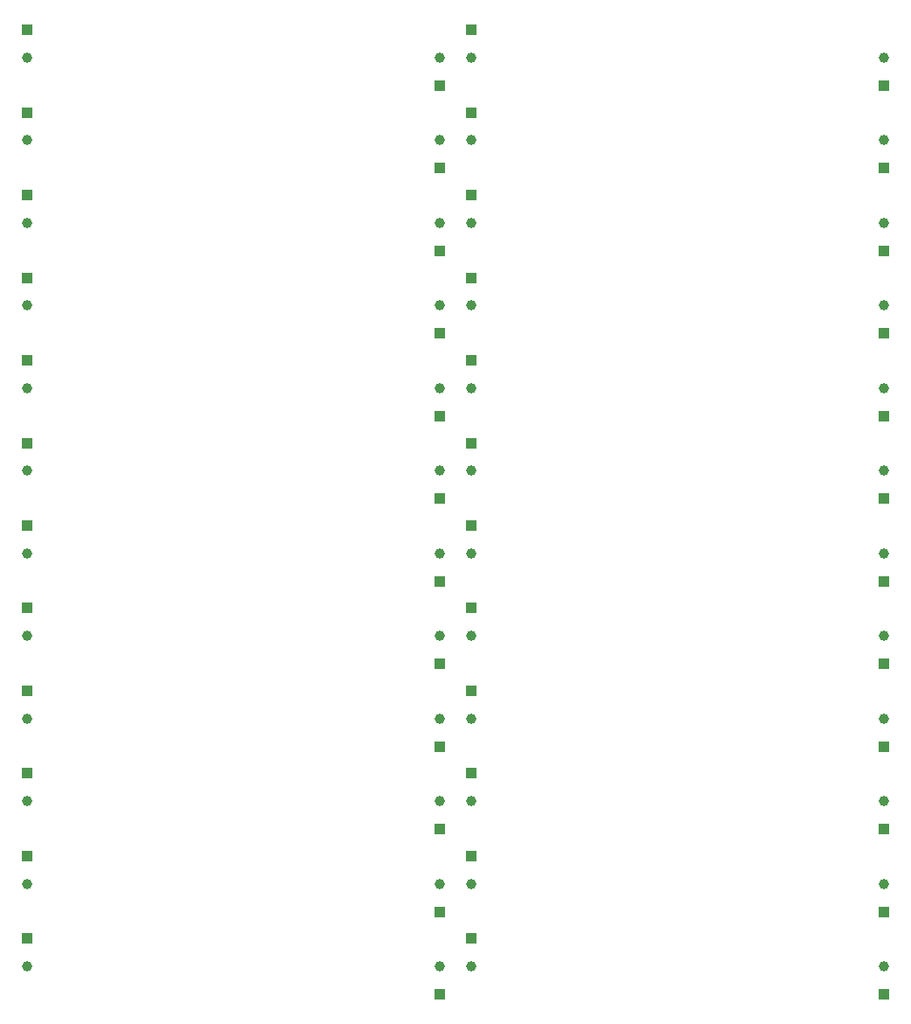
<source format=gbr>
%TF.GenerationSoftware,KiCad,Pcbnew,6.0.11-2627ca5db0~126~ubuntu20.04.1*%
%TF.CreationDate,2024-08-16T09:41:28-05:00*%
%TF.ProjectId,,58585858-5858-4585-9858-585858585858,rev?*%
%TF.SameCoordinates,Original*%
%TF.FileFunction,Soldermask,Bot*%
%TF.FilePolarity,Negative*%
%FSLAX46Y46*%
G04 Gerber Fmt 4.6, Leading zero omitted, Abs format (unit mm)*
G04 Created by KiCad (PCBNEW 6.0.11-2627ca5db0~126~ubuntu20.04.1) date 2024-08-16 09:41:28*
%MOMM*%
%LPD*%
G01*
G04 APERTURE LIST*
%ADD10R,1.000000X1.000000*%
%ADD11C,1.000000*%
G04 APERTURE END LIST*
D10*
%TO.C,TP48*%
X155366000Y-170011000D03*
%TD*%
D11*
%TO.C,REF\u002A\u002A46*%
X155366000Y-167311000D03*
%TD*%
D10*
%TO.C,TP47*%
X115366000Y-164611000D03*
%TD*%
D11*
%TO.C,REF\u002A\u002A45*%
X115366000Y-167311000D03*
%TD*%
D10*
%TO.C,TP46*%
X112366000Y-170011000D03*
%TD*%
D11*
%TO.C,REF\u002A\u002A44*%
X112366000Y-167311000D03*
%TD*%
D10*
%TO.C,TP45*%
X72366000Y-164611000D03*
%TD*%
D11*
%TO.C,REF\u002A\u002A43*%
X72366000Y-167311000D03*
%TD*%
D10*
%TO.C,TP44*%
X155366000Y-162011000D03*
%TD*%
D11*
%TO.C,REF\u002A\u002A42*%
X155366000Y-159311000D03*
%TD*%
D10*
%TO.C,TP43*%
X115366000Y-156611000D03*
%TD*%
D11*
%TO.C,REF\u002A\u002A41*%
X115366000Y-159311000D03*
%TD*%
D10*
%TO.C,TP42*%
X112366000Y-162011000D03*
%TD*%
D11*
%TO.C,REF\u002A\u002A40*%
X112366000Y-159311000D03*
%TD*%
D10*
%TO.C,TP41*%
X72366000Y-156611000D03*
%TD*%
D11*
%TO.C,REF\u002A\u002A39*%
X72366000Y-159311000D03*
%TD*%
D10*
%TO.C,TP40*%
X155366000Y-154011000D03*
%TD*%
D11*
%TO.C,REF\u002A\u002A38*%
X155366000Y-151311000D03*
%TD*%
D10*
%TO.C,TP39*%
X115366000Y-148611000D03*
%TD*%
D11*
%TO.C,REF\u002A\u002A37*%
X115366000Y-151311000D03*
%TD*%
D10*
%TO.C,TP38*%
X112366000Y-154011000D03*
%TD*%
D11*
%TO.C,REF\u002A\u002A36*%
X112366000Y-151311000D03*
%TD*%
D10*
%TO.C,TP37*%
X72366000Y-148611000D03*
%TD*%
D11*
%TO.C,REF\u002A\u002A35*%
X72366000Y-151311000D03*
%TD*%
D10*
%TO.C,TP36*%
X155366000Y-146011000D03*
%TD*%
D11*
%TO.C,REF\u002A\u002A34*%
X155366000Y-143311000D03*
%TD*%
D10*
%TO.C,TP35*%
X115366000Y-140611000D03*
%TD*%
D11*
%TO.C,REF\u002A\u002A33*%
X115366000Y-143311000D03*
%TD*%
D10*
%TO.C,TP34*%
X112366000Y-146011000D03*
%TD*%
D11*
%TO.C,REF\u002A\u002A32*%
X112366000Y-143311000D03*
%TD*%
D10*
%TO.C,TP33*%
X72366000Y-140611000D03*
%TD*%
D11*
%TO.C,REF\u002A\u002A31*%
X72366000Y-143311000D03*
%TD*%
D10*
%TO.C,TP32*%
X155366000Y-138011000D03*
%TD*%
D11*
%TO.C,REF\u002A\u002A30*%
X155366000Y-135311000D03*
%TD*%
D10*
%TO.C,TP31*%
X115366000Y-132611000D03*
%TD*%
D11*
%TO.C,REF\u002A\u002A29*%
X115366000Y-135311000D03*
%TD*%
D10*
%TO.C,TP30*%
X112366000Y-138011000D03*
%TD*%
D11*
%TO.C,REF\u002A\u002A28*%
X112366000Y-135311000D03*
%TD*%
D10*
%TO.C,TP29*%
X72366000Y-132611000D03*
%TD*%
D11*
%TO.C,REF\u002A\u002A27*%
X72366000Y-135311000D03*
%TD*%
D10*
%TO.C,TP28*%
X155366000Y-130011000D03*
%TD*%
D11*
%TO.C,REF\u002A\u002A26*%
X155366000Y-127311000D03*
%TD*%
D10*
%TO.C,TP27*%
X115366000Y-124611000D03*
%TD*%
D11*
%TO.C,REF\u002A\u002A25*%
X115366000Y-127311000D03*
%TD*%
D10*
%TO.C,TP26*%
X112366000Y-130011000D03*
%TD*%
D11*
%TO.C,REF\u002A\u002A24*%
X112366000Y-127311000D03*
%TD*%
D10*
%TO.C,TP25*%
X72366000Y-124611000D03*
%TD*%
D11*
%TO.C,REF\u002A\u002A23*%
X72366000Y-127311000D03*
%TD*%
D10*
%TO.C,TP24*%
X155366000Y-122011000D03*
%TD*%
D11*
%TO.C,REF\u002A\u002A22*%
X155366000Y-119311000D03*
%TD*%
D10*
%TO.C,TP23*%
X115366000Y-116611000D03*
%TD*%
D11*
%TO.C,REF\u002A\u002A21*%
X115366000Y-119311000D03*
%TD*%
D10*
%TO.C,TP22*%
X112366000Y-122011000D03*
%TD*%
D11*
%TO.C,REF\u002A\u002A20*%
X112366000Y-119311000D03*
%TD*%
D10*
%TO.C,TP21*%
X72366000Y-116611000D03*
%TD*%
D11*
%TO.C,REF\u002A\u002A19*%
X72366000Y-119311000D03*
%TD*%
D10*
%TO.C,TP20*%
X155366000Y-114011000D03*
%TD*%
D11*
%TO.C,REF\u002A\u002A18*%
X155366000Y-111311000D03*
%TD*%
D10*
%TO.C,TP19*%
X115366000Y-108611000D03*
%TD*%
D11*
%TO.C,REF\u002A\u002A17*%
X115366000Y-111311000D03*
%TD*%
D10*
%TO.C,TP18*%
X112366000Y-114011000D03*
%TD*%
D11*
%TO.C,REF\u002A\u002A16*%
X112366000Y-111311000D03*
%TD*%
D10*
%TO.C,TP17*%
X72366000Y-108611000D03*
%TD*%
D11*
%TO.C,REF\u002A\u002A15*%
X72366000Y-111311000D03*
%TD*%
D10*
%TO.C,TP16*%
X155366000Y-106011000D03*
%TD*%
D11*
%TO.C,REF\u002A\u002A14*%
X155366000Y-103311000D03*
%TD*%
D10*
%TO.C,TP15*%
X115366000Y-100611000D03*
%TD*%
D11*
%TO.C,REF\u002A\u002A13*%
X115366000Y-103311000D03*
%TD*%
D10*
%TO.C,TP14*%
X112366000Y-106011000D03*
%TD*%
D11*
%TO.C,REF\u002A\u002A12*%
X112366000Y-103311000D03*
%TD*%
D10*
%TO.C,TP13*%
X72366000Y-100611000D03*
%TD*%
D11*
%TO.C,REF\u002A\u002A11*%
X72366000Y-103311000D03*
%TD*%
D10*
%TO.C,TP12*%
X155366000Y-98011000D03*
%TD*%
D11*
%TO.C,REF\u002A\u002A10*%
X155366000Y-95311000D03*
%TD*%
D10*
%TO.C,TP11*%
X115366000Y-92611000D03*
%TD*%
D11*
%TO.C,REF\u002A\u002A9*%
X115366000Y-95311000D03*
%TD*%
D10*
%TO.C,TP10*%
X112366000Y-98011000D03*
%TD*%
D11*
%TO.C,REF\u002A\u002A8*%
X112366000Y-95311000D03*
%TD*%
D10*
%TO.C,TP9*%
X72366000Y-92611000D03*
%TD*%
D11*
%TO.C,REF\u002A\u002A7*%
X72366000Y-95311000D03*
%TD*%
D10*
%TO.C,TP8*%
X155366000Y-90011000D03*
%TD*%
D11*
%TO.C,REF\u002A\u002A6*%
X155366000Y-87311000D03*
%TD*%
D10*
%TO.C,TP7*%
X115366000Y-84611000D03*
%TD*%
D11*
%TO.C,REF\u002A\u002A5*%
X115366000Y-87311000D03*
%TD*%
D10*
%TO.C,TP6*%
X112366000Y-90011000D03*
%TD*%
D11*
%TO.C,REF\u002A\u002A4*%
X112366000Y-87311000D03*
%TD*%
D10*
%TO.C,TP5*%
X72366000Y-84611000D03*
%TD*%
D11*
%TO.C,REF\u002A\u002A3*%
X72366000Y-87311000D03*
%TD*%
D10*
%TO.C,TP4*%
X155366000Y-82011000D03*
%TD*%
D11*
%TO.C,REF\u002A\u002A2*%
X155366000Y-79311000D03*
%TD*%
D10*
%TO.C,TP3*%
X115366000Y-76611000D03*
%TD*%
D11*
%TO.C,REF\u002A\u002A1*%
X115366000Y-79311000D03*
%TD*%
%TO.C,REF\u002A\u002A*%
X72366000Y-79311000D03*
%TD*%
%TO.C,REF\u002A\u002A*%
X112366000Y-79311000D03*
%TD*%
D10*
%TO.C,TP2*%
X112366000Y-82011000D03*
%TD*%
%TO.C,TP1*%
X72366000Y-76611000D03*
%TD*%
M02*

</source>
